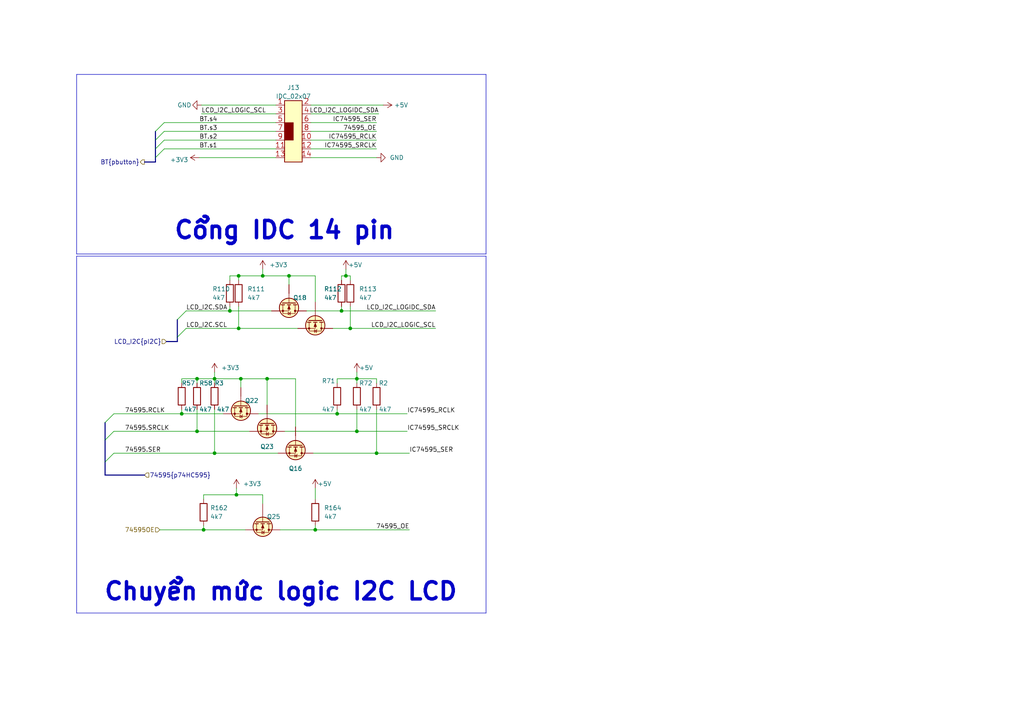
<source format=kicad_sch>
(kicad_sch (version 20230121) (generator eeschema)
  (paper "A4")
  (lib_symbols
    (symbol "+3V3_1" (power) (pin_names (offset 0))
      (property "Value" "+3V3_1" (at 0 3.556 0))
      (symbol "+3V3_1_0_1"
        (polyline (pts (xy -0.762 1.27) (xy 0 2.54)))
        (polyline (pts (xy 0 0) (xy 0 2.54)))
        (polyline (pts (xy 0 2.54) (xy 0.762 1.27)))
      )
      (symbol "+3V3_1_1_1"
        (pin power_in line (at 0 0 90) (length 0) hide (name "+3V3") (number "1"))
      )
    )
    (symbol "+3V3_2" (power) (pin_names (offset 0))
      (property "Value" "+3V3_2" (at 0 3.556 0))
      (symbol "+3V3_2_0_1"
        (polyline (pts (xy -0.762 1.27) (xy 0 2.54)))
        (polyline (pts (xy 0 0) (xy 0 2.54)))
        (polyline (pts (xy 0 2.54) (xy 0.762 1.27)))
      )
      (symbol "+3V3_2_1_1"
        (pin power_in line (at 0 0 90) (length 0) hide (name "+3V3") (number "1"))
      )
    )
    (symbol "+5V_1" (power) (pin_names (offset 0))
      (property "Value" "+5V_1" (at 0 3.556 0))
      (symbol "+5V_1_0_1"
        (polyline (pts (xy -0.762 1.27) (xy 0 2.54)))
        (polyline (pts (xy 0 0) (xy 0 2.54)))
        (polyline (pts (xy 0 2.54) (xy 0.762 1.27)))
      )
      (symbol "+5V_1_1_1"
        (pin power_in line (at 0 0 90) (length 0) hide (name "+5V") (number "1"))
      )
    )
    (symbol "+5V_2" (power) (pin_names (offset 0))
      (property "Value" "+5V_2" (at 0 3.556 0))
      (symbol "+5V_2_0_1"
        (polyline (pts (xy -0.762 1.27) (xy 0 2.54)))
        (polyline (pts (xy 0 0) (xy 0 2.54)))
        (polyline (pts (xy 0 2.54) (xy 0.762 1.27)))
      )
      (symbol "+5V_2_1_1"
        (pin power_in line (at 0 0 90) (length 0) hide (name "+5V") (number "1"))
      )
    )
    (symbol "Device:R" (pin_numbers hide) (pin_names (offset 0))
      (property "Reference" "R" (at 2.032 0 90))
      (property "Value" "R" (at 0 0 90))
      (symbol "R_0_1"
        (rectangle (start -1.016 -2.54) (end 1.016 2.54) (stroke (width 0.254)))
      )
      (symbol "R_1_1"
        (pin passive line (at 0 3.81 270) (length 1.27) (name "~") (number "1"))
        (pin passive line (at 0 -3.81 90) (length 1.27) (name "~") (number "2"))
      )
    )
    (symbol "GND_1" (power) (pin_names (offset 0))
      (property "Value" "GND_1" (at 0 -3.81 0))
      (symbol "GND_1_0_1"
        (polyline (pts (xy 0 0) (xy 0 -1.27) (xy 1.27 -1.27) (xy 0 -2.54) (xy -1.27 -1.27) (xy 0 -1.27)))
      )
      (symbol "GND_1_1_1"
        (pin power_in line (at 0 0 270) (length 0) hide (name "GND") (number "1"))
      )
    )
    (symbol "IVS_SYMBOLS:IDC_02x07" (pin_names (offset 1.016) hide)
      (property "Reference" "J" (at 1.27 10.16 0))
      (property "Value" "IDC_02x07" (at 17.78 -17.78 0))
      (symbol "IDC_02x07_0_1"
        (rectangle (start -2.54 2.54) (end 0 -2.54) (fill (type outline)))
      )
      (symbol "IDC_02x07_1_1"
        (rectangle (start -2.54 8.89) (end 2.54 -8.89) (stroke (width 0.254)) (fill (type background)))
        (pin passive line (at -5.08 7.62 0) (length 2.54) (name "1") (number "1"))
        (pin passive line (at 5.08 -2.54 180) (length 2.54) (name "10") (number "10"))
        (pin passive line (at -5.08 -5.08 0) (length 2.54) (name "11") (number "11"))
        (pin passive line (at 5.08 -5.08 180) (length 2.54) (name "12") (number "12"))
        (pin passive line (at -5.08 -7.62 0) (length 2.54) (name "13") (number "13"))
        (pin passive line (at 5.08 -7.62 180) (length 2.54) (name "14") (number "14"))
        (pin passive line (at 5.08 7.62 180) (length 2.54) (name "2") (number "2"))
        (pin passive line (at -5.08 5.08 0) (length 2.54) (name "3") (number "3"))
        (pin passive line (at 5.08 5.08 180) (length 2.54) (name "4") (number "4"))
        (pin passive line (at -5.08 2.54 0) (length 2.54) (name "5") (number "5"))
        (pin passive line (at 5.08 2.54 180) (length 2.54) (name "6") (number "6"))
        (pin passive line (at -5.08 0 0) (length 2.54) (name "7") (number "7"))
        (pin passive line (at 5.08 0 180) (length 2.54) (name "8") (number "8"))
        (pin passive line (at -5.08 -2.54 0) (length 2.54) (name "9") (number "9"))
      )
    )
    (symbol "IVS_SYMBOLS:N_Mosfet" (pin_numbers hide) (pin_names hide)
      (property "Reference" "Q" (at 2.794 1.2192 0))
      (symbol "N_Mosfet_0_1"
        (circle (center -0.889 0) (radius 2.794) (stroke (width 0.254)) (fill (type background)))
        (circle (center 0 -1.778) (radius 0.254) (fill (type outline)))
        (polyline (pts (xy -2.286 0) (xy -5.08 0)))
        (polyline (pts (xy -2.286 1.905) (xy -2.286 -1.905)) (stroke (width 0.254)))
        (polyline (pts (xy -1.778 -1.27) (xy -1.778 -2.286)) (stroke (width 0.254)))
        (polyline (pts (xy -1.778 0.508) (xy -1.778 -0.508)) (stroke (width 0.254)))
        (polyline (pts (xy -1.778 2.286) (xy -1.778 1.27)) (stroke (width 0.254)))
        (polyline (pts (xy 0 2.54) (xy 0 1.778)))
        (polyline (pts (xy 0 -2.54) (xy 0 0) (xy -1.778 0)))
        (polyline (pts (xy -1.778 -1.778) (xy 0.762 -1.778) (xy 0.762 1.778) (xy -1.778 1.778)))
        (polyline (pts (xy -1.524 0) (xy -0.508 0.381) (xy -0.508 -0.381) (xy -1.524 0)) (fill (type outline)))
        (polyline (pts (xy 0.254 0.508) (xy 0.381 0.381) (xy 1.143 0.381) (xy 1.27 0.254)))
        (polyline (pts (xy 0.762 0.381) (xy 0.381 -0.254) (xy 1.143 -0.254) (xy 0.762 0.381)))
        (circle (center 0 1.778) (radius 0.254) (fill (type outline)))
      )
      (symbol "N_Mosfet_1_1"
        (pin input line (at -7.62 0 0) (length 2.54) (name "G") (number "1"))
        (pin passive line (at 0 -5.08 90) (length 2.54) (name "S") (number "2"))
        (pin passive line (at 0 5.08 270) (length 2.54) (name "D") (number "3"))
      )
    )
    (symbol "N_Mosfet_1" (pin_numbers hide) (pin_names hide)
      (property "Reference" "Q" (at 2.794 1.2192 0))
      (symbol "N_Mosfet_1_0_1"
        (circle (center -0.889 0) (radius 2.794) (stroke (width 0.254)) (fill (type background)))
        (circle (center 0 -1.778) (radius 0.254) (fill (type outline)))
        (polyline (pts (xy -2.286 0) (xy -5.08 0)))
        (polyline (pts (xy -2.286 1.905) (xy -2.286 -1.905)) (stroke (width 0.254)))
        (polyline (pts (xy -1.778 -1.27) (xy -1.778 -2.286)) (stroke (width 0.254)))
        (polyline (pts (xy -1.778 0.508) (xy -1.778 -0.508)) (stroke (width 0.254)))
        (polyline (pts (xy -1.778 2.286) (xy -1.778 1.27)) (stroke (width 0.254)))
        (polyline (pts (xy 0 2.54) (xy 0 1.778)))
        (polyline (pts (xy 0 -2.54) (xy 0 0) (xy -1.778 0)))
        (polyline (pts (xy -1.778 -1.778) (xy 0.762 -1.778) (xy 0.762 1.778) (xy -1.778 1.778)))
        (polyline (pts (xy -1.524 0) (xy -0.508 0.381) (xy -0.508 -0.381) (xy -1.524 0)) (fill (type outline)))
        (polyline (pts (xy 0.254 0.508) (xy 0.381 0.381) (xy 1.143 0.381) (xy 1.27 0.254)))
        (polyline (pts (xy 0.762 0.381) (xy 0.381 -0.254) (xy 1.143 -0.254) (xy 0.762 0.381)))
        (circle (center 0 1.778) (radius 0.254) (fill (type outline)))
      )
      (symbol "N_Mosfet_1_1_1"
        (pin input line (at -7.62 0 0) (length 2.54) (name "G") (number "1"))
        (pin passive line (at 0 -5.08 90) (length 2.54) (name "S") (number "2"))
        (pin passive line (at 0 5.08 270) (length 2.54) (name "D") (number "3"))
      )
    )
    (symbol "N_Mosfet_2" (pin_numbers hide) (pin_names hide)
      (property "Reference" "Q" (at 2.794 1.2192 0))
      (symbol "N_Mosfet_2_0_1"
        (circle (center -0.889 0) (radius 2.794) (stroke (width 0.254)) (fill (type background)))
        (circle (center 0 -1.778) (radius 0.254) (fill (type outline)))
        (polyline (pts (xy -2.286 0) (xy -5.08 0)))
        (polyline (pts (xy -2.286 1.905) (xy -2.286 -1.905)) (stroke (width 0.254)))
        (polyline (pts (xy -1.778 -1.27) (xy -1.778 -2.286)) (stroke (width 0.254)))
        (polyline (pts (xy -1.778 0.508) (xy -1.778 -0.508)) (stroke (width 0.254)))
        (polyline (pts (xy -1.778 2.286) (xy -1.778 1.27)) (stroke (width 0.254)))
        (polyline (pts (xy 0 2.54) (xy 0 1.778)))
        (polyline (pts (xy 0 -2.54) (xy 0 0) (xy -1.778 0)))
        (polyline (pts (xy -1.778 -1.778) (xy 0.762 -1.778) (xy 0.762 1.778) (xy -1.778 1.778)))
        (polyline (pts (xy -1.524 0) (xy -0.508 0.381) (xy -0.508 -0.381) (xy -1.524 0)) (fill (type outline)))
        (polyline (pts (xy 0.254 0.508) (xy 0.381 0.381) (xy 1.143 0.381) (xy 1.27 0.254)))
        (polyline (pts (xy 0.762 0.381) (xy 0.381 -0.254) (xy 1.143 -0.254) (xy 0.762 0.381)))
        (circle (center 0 1.778) (radius 0.254) (fill (type outline)))
      )
      (symbol "N_Mosfet_2_1_1"
        (pin input line (at -7.62 0 0) (length 2.54) (name "G") (number "1"))
        (pin passive line (at 0 -5.08 90) (length 2.54) (name "S") (number "2"))
        (pin passive line (at 0 5.08 270) (length 2.54) (name "D") (number "3"))
      )
    )
    (symbol "N_Mosfet_3" (pin_numbers hide) (pin_names hide)
      (property "Reference" "Q" (at 2.794 1.2192 0))
      (symbol "N_Mosfet_3_0_1"
        (circle (center -0.889 0) (radius 2.794) (stroke (width 0.254)) (fill (type background)))
        (circle (center 0 -1.778) (radius 0.254) (fill (type outline)))
        (polyline (pts (xy -2.286 0) (xy -5.08 0)))
        (polyline (pts (xy -2.286 1.905) (xy -2.286 -1.905)) (stroke (width 0.254)))
        (polyline (pts (xy -1.778 -1.27) (xy -1.778 -2.286)) (stroke (width 0.254)))
        (polyline (pts (xy -1.778 0.508) (xy -1.778 -0.508)) (stroke (width 0.254)))
        (polyline (pts (xy -1.778 2.286) (xy -1.778 1.27)) (stroke (width 0.254)))
        (polyline (pts (xy 0 2.54) (xy 0 1.778)))
        (polyline (pts (xy 0 -2.54) (xy 0 0) (xy -1.778 0)))
        (polyline (pts (xy -1.778 -1.778) (xy 0.762 -1.778) (xy 0.762 1.778) (xy -1.778 1.778)))
        (polyline (pts (xy -1.524 0) (xy -0.508 0.381) (xy -0.508 -0.381) (xy -1.524 0)) (fill (type outline)))
        (polyline (pts (xy 0.254 0.508) (xy 0.381 0.381) (xy 1.143 0.381) (xy 1.27 0.254)))
        (polyline (pts (xy 0.762 0.381) (xy 0.381 -0.254) (xy 1.143 -0.254) (xy 0.762 0.381)))
        (circle (center 0 1.778) (radius 0.254) (fill (type outline)))
      )
      (symbol "N_Mosfet_3_1_1"
        (pin input line (at -7.62 0 0) (length 2.54) (name "G") (number "1"))
        (pin passive line (at 0 -5.08 90) (length 2.54) (name "S") (number "2"))
        (pin passive line (at 0 5.08 270) (length 2.54) (name "D") (number "3"))
      )
    )
    (symbol "N_Mosfet_4" (pin_numbers hide) (pin_names hide)
      (property "Reference" "Q" (at 2.794 1.2192 0))
      (symbol "N_Mosfet_4_0_1"
        (circle (center -0.889 0) (radius 2.794) (stroke (width 0.254)) (fill (type background)))
        (circle (center 0 -1.778) (radius 0.254) (fill (type outline)))
        (polyline (pts (xy -2.286 0) (xy -5.08 0)))
        (polyline (pts (xy -2.286 1.905) (xy -2.286 -1.905)) (stroke (width 0.254)))
        (polyline (pts (xy -1.778 -1.27) (xy -1.778 -2.286)) (stroke (width 0.254)))
        (polyline (pts (xy -1.778 0.508) (xy -1.778 -0.508)) (stroke (width 0.254)))
        (polyline (pts (xy -1.778 2.286) (xy -1.778 1.27)) (stroke (width 0.254)))
        (polyline (pts (xy 0 2.54) (xy 0 1.778)))
        (polyline (pts (xy 0 -2.54) (xy 0 0) (xy -1.778 0)))
        (polyline (pts (xy -1.778 -1.778) (xy 0.762 -1.778) (xy 0.762 1.778) (xy -1.778 1.778)))
        (polyline (pts (xy -1.524 0) (xy -0.508 0.381) (xy -0.508 -0.381) (xy -1.524 0)) (fill (type outline)))
        (polyline (pts (xy 0.254 0.508) (xy 0.381 0.381) (xy 1.143 0.381) (xy 1.27 0.254)))
        (polyline (pts (xy 0.762 0.381) (xy 0.381 -0.254) (xy 1.143 -0.254) (xy 0.762 0.381)))
        (circle (center 0 1.778) (radius 0.254) (fill (type outline)))
      )
      (symbol "N_Mosfet_4_1_1"
        (pin input line (at -7.62 0 0) (length 2.54) (name "G") (number "1"))
        (pin passive line (at 0 -5.08 90) (length 2.54) (name "S") (number "2"))
        (pin passive line (at 0 5.08 270) (length 2.54) (name "D") (number "3"))
      )
    )
    (symbol "power:+3V3" (power) (pin_names (offset 0))
      (property "Value" "+3V3" (at 0 3.556 0))
      (symbol "+3V3_0_1"
        (polyline (pts (xy -0.762 1.27) (xy 0 2.54)))
        (polyline (pts (xy 0 0) (xy 0 2.54)))
        (polyline (pts (xy 0 2.54) (xy 0.762 1.27)))
      )
      (symbol "+3V3_1_1"
        (pin power_in line (at 0 0 90) (length 0) hide (name "+3V3") (number "1"))
      )
    )
    (symbol "power:+5V" (power) (pin_names (offset 0))
      (property "Value" "+5V" (at 0 3.556 0))
      (symbol "+5V_0_1"
        (polyline (pts (xy -0.762 1.27) (xy 0 2.54)))
        (polyline (pts (xy 0 0) (xy 0 2.54)))
        (polyline (pts (xy 0 2.54) (xy 0.762 1.27)))
      )
      (symbol "+5V_1_1"
        (pin power_in line (at 0 0 90) (length 0) hide (name "+5V") (number "1"))
      )
    )
    (symbol "power:GND" (power) (pin_names (offset 0))
      (property "Value" "GND" (at 0 -3.81 0))
      (symbol "GND_0_1"
        (polyline (pts (xy 0 0) (xy 0 -1.27) (xy 1.27 -1.27) (xy 0 -2.54) (xy -1.27 -1.27) (xy 0 -1.27)))
      )
      (symbol "GND_1_1"
        (pin power_in line (at 0 0 270) (length 0) hide (name "GND") (number "1"))
      )
    )
  )
  (junction (at 99.06 90.17))
  (junction (at 76.2 80.01))
  (junction (at 68.58 143.51))
  (junction (at 69.215 80.01))
  (junction (at 52.705 120.015))
  (junction (at 109.22 131.445))
  (junction (at 83.82 80.01))
  (junction (at 62.23 131.445))
  (junction (at 69.85 109.855))
  (junction (at 59.055 153.67))
  (junction (at 91.44 153.67))
  (junction (at 57.15 125.095))
  (junction (at 101.6 95.25))
  (junction (at 77.47 109.855))
  (junction (at 103.505 109.855))
  (junction (at 103.505 125.095))
  (junction (at 66.675 90.17))
  (junction (at 57.15 109.855))
  (junction (at 69.215 95.25))
  (junction (at 62.23 109.855))
  (junction (at 100.33 80.01))
  (junction (at 97.79 120.015))
  (bus_entry (at 33.02 131.445) (size -2.54 2.54))
  (bus_entry (at 33.02 125.095) (size -2.54 2.54))
  (bus_entry (at 47.625 38.1) (size -2.54 2.54))
  (bus_entry (at 47.625 40.64) (size -2.54 2.54))
  (bus_entry (at 47.625 35.56) (size -2.54 2.54))
  (bus_entry (at 33.02 120.015) (size -2.54 2.54))
  (bus_entry (at 53.975 95.25) (size -2.54 2.54))
  (bus_entry (at 47.625 43.18) (size -2.54 2.54))
  (bus_entry (at 53.975 90.17) (size -2.54 2.54))
  (wire (pts (xy 57.15 109.855) (xy 57.15 111.125)))
  (wire (pts (xy 62.23 107.95) (xy 62.23 109.855)))
  (bus (pts (xy 48.26 99.06) (xy 51.435 99.06)))
  (wire (pts (xy 59.055 144.78) (xy 59.055 143.51)))
  (wire (pts (xy 58.42 33.02) (xy 80.01 33.02)))
  (polyline (pts (xy 140.97 73.66) (xy 22.225 73.66)))
  (wire (pts (xy 83.82 80.01) (xy 83.82 82.55)))
  (wire (pts (xy 62.23 109.855) (xy 69.85 109.855)))
  (wire (pts (xy 66.675 88.9) (xy 66.675 90.17)))
  (wire (pts (xy 101.6 95.25) (xy 126.365 95.25)))
  (wire (pts (xy 69.85 109.855) (xy 69.85 112.395)))
  (wire (pts (xy 47.625 43.18) (xy 80.01 43.18)))
  (wire (pts (xy 90.805 131.445) (xy 109.22 131.445)))
  (wire (pts (xy 97.79 120.015) (xy 118.11 120.015)))
  (wire (pts (xy 33.02 120.015) (xy 52.705 120.015)))
  (wire (pts (xy 103.505 118.745) (xy 103.505 125.095)))
  (wire (pts (xy 52.705 109.855) (xy 57.15 109.855)))
  (wire (pts (xy 59.055 152.4) (xy 59.055 153.67)))
  (wire (pts (xy 88.9 90.17) (xy 99.06 90.17)))
  (bus (pts (xy 51.435 99.06) (xy 51.435 97.79)))
  (wire (pts (xy 74.93 120.015) (xy 97.79 120.015)))
  (wire (pts (xy 52.705 118.745) (xy 52.705 120.015)))
  (bus (pts (xy 30.48 133.985) (xy 30.48 137.795)))
  (wire (pts (xy 100.33 80.01) (xy 101.6 80.01)))
  (wire (pts (xy 91.44 141.605) (xy 91.44 144.78)))
  (wire (pts (xy 99.06 90.17) (xy 126.365 90.17)))
  (polyline (pts (xy 140.97 21.59) (xy 140.97 73.66)))
  (wire (pts (xy 109.22 109.855) (xy 103.505 109.855)))
  (wire (pts (xy 90.17 33.02) (xy 109.855 33.02)))
  (bus (pts (xy 45.085 38.1) (xy 45.085 40.64)))
  (wire (pts (xy 100.33 78.105) (xy 100.33 80.01)))
  (wire (pts (xy 69.215 88.9) (xy 69.215 95.25)))
  (wire (pts (xy 97.79 109.855) (xy 103.505 109.855)))
  (polyline (pts (xy 140.97 74.295) (xy 140.97 177.8)))
  (wire (pts (xy 101.6 88.9) (xy 101.6 95.25)))
  (wire (pts (xy 82.55 125.095) (xy 103.505 125.095)))
  (polyline (pts (xy 140.97 177.8) (xy 22.225 177.8)))
  (wire (pts (xy 53.975 95.25) (xy 69.215 95.25)))
  (wire (pts (xy 91.44 152.4) (xy 91.44 153.67)))
  (wire (pts (xy 62.23 131.445) (xy 80.645 131.445)))
  (wire (pts (xy 99.06 81.28) (xy 99.06 80.01)))
  (wire (pts (xy 53.975 90.17) (xy 66.675 90.17)))
  (wire (pts (xy 109.22 131.445) (xy 118.745 131.445)))
  (bus (pts (xy 45.085 45.72) (xy 45.085 46.99)))
  (bus (pts (xy 30.48 122.555) (xy 30.48 127.635)))
  (wire (pts (xy 109.22 118.745) (xy 109.22 131.445)))
  (wire (pts (xy 96.52 95.25) (xy 101.6 95.25)))
  (wire (pts (xy 58.42 30.48) (xy 80.01 30.48)))
  (wire (pts (xy 46.355 153.67) (xy 59.055 153.67)))
  (wire (pts (xy 66.675 80.01) (xy 69.215 80.01)))
  (wire (pts (xy 33.02 125.095) (xy 57.15 125.095)))
  (wire (pts (xy 90.17 38.1) (xy 109.22 38.1)))
  (wire (pts (xy 57.15 109.855) (xy 62.23 109.855)))
  (wire (pts (xy 52.705 111.125) (xy 52.705 109.855)))
  (bus (pts (xy 45.085 43.18) (xy 45.085 45.72)))
  (polyline (pts (xy 22.225 74.295) (xy 140.97 74.295)))
  (wire (pts (xy 90.17 40.64) (xy 109.22 40.64)))
  (bus (pts (xy 30.48 127.635) (xy 30.48 133.985)))
  (polyline (pts (xy 22.225 21.59) (xy 140.97 21.59)))
  (wire (pts (xy 62.23 118.745) (xy 62.23 131.445)))
  (wire (pts (xy 59.055 153.67) (xy 71.12 153.67)))
  (wire (pts (xy 97.79 118.745) (xy 97.79 120.015)))
  (wire (pts (xy 85.725 123.825) (xy 85.725 109.855)))
  (polyline (pts (xy 22.225 21.59) (xy 22.225 73.66)))
  (wire (pts (xy 47.625 35.56) (xy 80.01 35.56)))
  (wire (pts (xy 47.625 38.1) (xy 80.01 38.1)))
  (wire (pts (xy 69.215 80.01) (xy 69.215 81.28)))
  (wire (pts (xy 57.785 45.72) (xy 80.01 45.72)))
  (wire (pts (xy 69.215 95.25) (xy 86.36 95.25)))
  (wire (pts (xy 90.17 45.72) (xy 109.22 45.72)))
  (wire (pts (xy 68.58 143.51) (xy 76.2 143.51)))
  (wire (pts (xy 57.15 118.745) (xy 57.15 125.095)))
  (wire (pts (xy 62.23 109.855) (xy 62.23 111.125)))
  (wire (pts (xy 47.625 40.64) (xy 80.01 40.64)))
  (wire (pts (xy 77.47 109.855) (xy 77.47 117.475)))
  (polyline (pts (xy 22.225 74.295) (xy 22.225 177.8)))
  (wire (pts (xy 91.44 153.67) (xy 118.745 153.67)))
  (wire (pts (xy 90.17 35.56) (xy 109.22 35.56)))
  (wire (pts (xy 99.06 88.9) (xy 99.06 90.17)))
  (wire (pts (xy 76.2 80.01) (xy 83.82 80.01)))
  (wire (pts (xy 83.82 80.01) (xy 91.44 80.01)))
  (wire (pts (xy 103.505 107.95) (xy 103.505 109.855)))
  (wire (pts (xy 69.85 109.855) (xy 77.47 109.855)))
  (bus (pts (xy 45.085 40.64) (xy 45.085 43.18)))
  (wire (pts (xy 101.6 80.01) (xy 101.6 81.28)))
  (wire (pts (xy 57.15 125.095) (xy 72.39 125.095)))
  (wire (pts (xy 76.2 78.105) (xy 76.2 80.01)))
  (wire (pts (xy 85.725 109.855) (xy 77.47 109.855)))
  (wire (pts (xy 59.055 143.51) (xy 68.58 143.51)))
  (bus (pts (xy 51.435 92.71) (xy 51.435 97.79)))
  (wire (pts (xy 90.17 43.18) (xy 109.22 43.18)))
  (wire (pts (xy 81.28 153.67) (xy 91.44 153.67)))
  (wire (pts (xy 103.505 109.855) (xy 103.505 111.125)))
  (bus (pts (xy 30.48 137.795) (xy 41.91 137.795)))
  (wire (pts (xy 111.125 30.48) (xy 90.17 30.48)))
  (wire (pts (xy 109.22 111.125) (xy 109.22 109.855)))
  (wire (pts (xy 66.675 90.17) (xy 78.74 90.17)))
  (wire (pts (xy 103.505 125.095) (xy 118.11 125.095)))
  (wire (pts (xy 97.79 111.125) (xy 97.79 109.855)))
  (wire (pts (xy 99.06 80.01) (xy 100.33 80.01)))
  (bus (pts (xy 45.085 46.99) (xy 41.91 46.99)))
  (wire (pts (xy 76.2 143.51) (xy 76.2 146.05)))
  (wire (pts (xy 33.02 131.445) (xy 62.23 131.445)))
  (wire (pts (xy 66.675 81.28) (xy 66.675 80.01)))
  (wire (pts (xy 68.58 141.605) (xy 68.58 143.51)))
  (wire (pts (xy 69.215 80.01) (xy 76.2 80.01)))
  (wire (pts (xy 52.705 120.015) (xy 64.77 120.015)))
  (wire (pts (xy 91.44 80.01) (xy 91.44 87.63)))
  (text "Chuyển mức logic I2C LCD" (at 29.845 174.625 0) (effects (font (size 5 5) (thickness 1) bold) (justify left bottom)))
  (text "Cổng IDC 14 pin" (at 50.165 69.85 0) (effects (font (size 5 5) (thickness 1) bold) (justify left bottom)))
  (label "IC74595_SRCLK" (at 109.22 43.18 180))
  (label "BT.s4" (at 57.785 35.56 0))
  (label "IC74595_RCLK" (at 109.22 40.64 180))
  (label "74595_OE" (at 118.745 153.67 180))
  (label "74595.SER" (at 36.195 131.445 0))
  (label "IC74595_SRCLK" (at 118.11 125.095 0))
  (label "74595_OE" (at 109.22 38.1 180))
  (label "74595.RCLK" (at 36.195 120.015 0))
  (label "BT.s3" (at 57.785 38.1 0))
  (label "IC74595_RCLK" (at 118.11 120.015 0))
  (label "LCD_I2C_LOGIC_SCL" (at 58.42 33.02 0))
  (label "74595.SRCLK" (at 36.195 125.095 0))
  (label "LCD_I2C_LOGIDC_SDA" (at 109.855 33.02 180))
  (label "LCD_I2C.SCL" (at 53.975 95.25 0))
  (label "BT.s1" (at 57.785 43.18 0))
  (label "BT.s2" (at 57.785 40.64 0))
  (label "IC74595_SER" (at 118.745 131.445 0))
  (label "IC74595_SER" (at 109.22 35.56 180))
  (label "LCD_I2C_LOGIC_SCL" (at 126.365 95.25 180))
  (label "LCD_I2C_LOGIDC_SDA" (at 126.365 90.17 180))
  (label "LCD_I2C.SDA" (at 53.975 90.17 0))
  (hierarchical_label "74595{p74HC595}" (shape input) (at 41.91 137.795 0))
  (hierarchical_label "74595OE" (shape input) (at 46.355 153.67 180))
  (hierarchical_label "LCD_I2C{pI2C}" (shape input) (at 48.26 99.06 180))
  (hierarchical_label "BT{pbutton}" (shape output) (at 41.91 46.99 180))
  (symbol (lib_name "N_Mosfet_3") (lib_id "IVS_SYMBOLS:N_Mosfet") (at 76.2 153.67 270) (unit 1)
    (property "Reference" "Q25" (at 79.375 149.86 90))
    (property "Value" "N_Mosfet" (effects hide))
    (property "Footprint" "IVS_FOOTPRINTS:SOT23-3" (effects hide))
    (property "Datasheet" "https://www.onsemi.com/pub/Collateral/BSS138-D.PDF" (effects hide))
  )
  (symbol (lib_id "power:GND") (at 109.22 45.72 90) (unit 1)
    (property "Reference" "#PWR0180" (effects hide))
    (property "Value" "GND" (at 113.03 45.7199 90) (effects (justify right)))
  )
  (symbol (lib_id "Device:R") (at 97.79 114.935 0) (unit 1)
    (property "Reference" "R71" (at 93.345 110.49 0) (effects (justify left)))
    (property "Value" "4k7" (at 93.345 118.745 0) (effects (justify left)))
    (property "Footprint" "IVS_FOOTPRINTS:R_0603" (effects hide))
  )
  (symbol (lib_id "power:+5V") (at 111.125 30.48 270) (mirror x) (unit 1)
    (property "Reference" "#PWR0177" (effects hide))
    (property "Value" "+5V" (at 114.3 30.4799 90) (effects (justify left)))
  )
  (symbol (lib_id "Device:R") (at 52.705 114.935 0) (unit 1)
    (property "Reference" "R57" (at 52.705 111.125 0) (effects (justify left)))
    (property "Value" "4k7" (at 53.34 118.745 0) (effects (justify left)))
    (property "Footprint" "IVS_FOOTPRINTS:R_0603" (effects hide))
  )
  (symbol (lib_id "Device:R") (at 66.675 85.09 0) (unit 1)
    (property "Reference" "R110" (at 61.595 83.82 0) (effects (justify left)))
    (property "Value" "4k7" (at 61.595 86.36 0) (effects (justify left)))
    (property "Footprint" "IVS_FOOTPRINTS:R_0603" (effects hide))
  )
  (symbol (lib_id "Device:R") (at 109.22 114.935 0) (unit 1)
    (property "Reference" "R2" (at 109.855 111.125 0) (effects (justify left)))
    (property "Value" "4k7" (at 109.855 118.745 0) (effects (justify left)))
    (property "Footprint" "IVS_FOOTPRINTS:R_0603" (effects hide))
  )
  (symbol (lib_name "N_Mosfet_4") (lib_id "IVS_SYMBOLS:N_Mosfet") (at 69.85 120.015 270) (unit 1)
    (property "Reference" "Q22" (at 73.025 116.205 90))
    (property "Value" "N_Mosfet" (effects hide))
    (property "Footprint" "IVS_FOOTPRINTS:SOT23-3" (effects hide))
    (property "Datasheet" "https://www.onsemi.com/pub/Collateral/BSS138-D.PDF" (effects hide))
  )
  (symbol (lib_id "Device:R") (at 59.055 148.59 0) (unit 1)
    (property "Reference" "R162" (at 60.96 147.32 0) (effects (justify left)))
    (property "Value" "4k7" (at 60.96 149.86 0) (effects (justify left)))
    (property "Footprint" "IVS_FOOTPRINTS:R_0603" (effects hide))
  )
  (symbol (lib_name "N_Mosfet_3") (lib_id "IVS_SYMBOLS:N_Mosfet") (at 83.82 90.17 270) (unit 1)
    (property "Reference" "Q18" (at 86.995 86.36 90))
    (property "Value" "N_Mosfet" (effects hide))
    (property "Footprint" "IVS_FOOTPRINTS:SOT23-3" (effects hide))
    (property "Datasheet" "https://www.onsemi.com/pub/Collateral/BSS138-D.PDF" (effects hide))
  )
  (symbol (lib_id "IVS_SYMBOLS:N_Mosfet") (at 91.44 95.25 270) (unit 1)
    (property "Reference" "Q19" (effects hide))
    (property "Value" "N_Mosfet" (effects hide))
    (property "Footprint" "IVS_FOOTPRINTS:SOT23-3" (effects hide))
    (property "Datasheet" "https://www.onsemi.com/pub/Collateral/BSS138-D.PDF" (effects hide))
  )
  (symbol (lib_name "N_Mosfet_2") (lib_id "IVS_SYMBOLS:N_Mosfet") (at 77.47 125.095 270) (unit 1)
    (property "Reference" "Q23" (at 77.47 129.54 90))
    (property "Value" "N_Mosfet" (effects hide))
    (property "Footprint" "IVS_FOOTPRINTS:SOT23-3" (effects hide))
    (property "Datasheet" "https://www.onsemi.com/pub/Collateral/BSS138-D.PDF" (effects hide))
  )
  (symbol (lib_name "+5V_2") (lib_id "power:+5V") (at 100.33 78.105 0) (unit 1)
    (property "Reference" "#PWR0179" (effects hide))
    (property "Value" "+5V" (at 100.965 76.835 0) (effects (justify left)))
  )
  (symbol (lib_id "Device:R") (at 57.15 114.935 0) (unit 1)
    (property "Reference" "R58" (at 57.785 111.125 0) (effects (justify left)))
    (property "Value" "4k7" (at 57.785 118.745 0) (effects (justify left)))
    (property "Footprint" "IVS_FOOTPRINTS:R_0603" (effects hide))
  )
  (symbol (lib_id "Device:R") (at 99.06 85.09 0) (unit 1)
    (property "Reference" "R112" (at 93.98 83.82 0) (effects (justify left)))
    (property "Value" "4k7" (at 93.98 86.36 0) (effects (justify left)))
    (property "Footprint" "IVS_FOOTPRINTS:R_0603" (effects hide))
  )
  (symbol (lib_name "GND_1") (lib_id "power:GND") (at 58.42 30.48 270) (unit 1)
    (property "Reference" "#PWR0176" (effects hide))
    (property "Value" "GND" (at 51.435 30.48 90) (effects (justify left)))
  )
  (symbol (lib_name "+3V3_2") (lib_id "power:+3V3") (at 57.785 45.72 90) (unit 1)
    (property "Reference" "#PWR0181" (effects hide))
    (property "Value" "+3V3" (at 54.61 46.355 90) (effects (justify left)))
  )
  (symbol (lib_id "Device:R") (at 103.505 114.935 0) (unit 1)
    (property "Reference" "R72" (at 104.14 111.125 0) (effects (justify left)))
    (property "Value" "4k7" (at 104.14 118.745 0) (effects (justify left)))
    (property "Footprint" "IVS_FOOTPRINTS:R_0603" (effects hide))
  )
  (symbol (lib_id "IVS_SYMBOLS:IDC_02x07") (at 85.09 38.1 0) (unit 1)
    (property "Reference" "J13" (at 85.09 25.4 0))
    (property "Value" "IDC_02x07" (at 85.09 27.94 0))
    (property "Footprint" "IVS_FOOTPRINTS:DC3_14PIN_2.54mm" (effects hide))
  )
  (symbol (lib_id "Device:R") (at 101.6 85.09 0) (unit 1)
    (property "Reference" "R113" (at 104.14 83.8199 0) (effects (justify left)))
    (property "Value" "4k7" (at 104.14 86.3599 0) (effects (justify left)))
    (property "Footprint" "IVS_FOOTPRINTS:R_0603" (effects hide))
  )
  (symbol (lib_id "Device:R") (at 69.215 85.09 0) (unit 1)
    (property "Reference" "R111" (at 71.755 83.8199 0) (effects (justify left)))
    (property "Value" "4k7" (at 71.755 86.3599 0) (effects (justify left)))
    (property "Footprint" "IVS_FOOTPRINTS:R_0603" (effects hide))
  )
  (symbol (lib_id "power:+3V3") (at 76.2 78.105 0) (unit 1)
    (property "Reference" "#PWR0178" (effects hide))
    (property "Value" "+3V3" (at 78.105 76.835 0) (effects (justify left)))
  )
  (symbol (lib_name "+5V_2") (lib_id "power:+5V") (at 91.44 141.605 0) (unit 1)
    (property "Reference" "#PWR0219" (effects hide))
    (property "Value" "+5V" (at 92.075 140.335 0) (effects (justify left)))
  )
  (symbol (lib_name "N_Mosfet_1") (lib_id "IVS_SYMBOLS:N_Mosfet") (at 85.725 131.445 270) (unit 1)
    (property "Reference" "Q16" (at 85.725 135.89 90))
    (property "Value" "N_Mosfet" (effects hide))
    (property "Footprint" "IVS_FOOTPRINTS:SOT23-3" (effects hide))
    (property "Datasheet" "https://www.onsemi.com/pub/Collateral/BSS138-D.PDF" (effects hide))
  )
  (symbol (lib_id "power:+3V3") (at 68.58 141.605 0) (unit 1)
    (property "Reference" "#PWR0218" (effects hide))
    (property "Value" "+3V3" (at 70.485 140.335 0) (effects (justify left)))
  )
  (symbol (lib_id "Device:R") (at 91.44 148.59 0) (unit 1)
    (property "Reference" "R164" (at 93.98 147.32 0) (effects (justify left)))
    (property "Value" "4k7" (at 93.98 149.86 0) (effects (justify left)))
    (property "Footprint" "IVS_FOOTPRINTS:R_0603" (effects hide))
  )
  (symbol (lib_name "+5V_1") (lib_id "power:+5V") (at 103.505 107.95 0) (unit 1)
    (property "Reference" "#PWR0104" (effects hide))
    (property "Value" "+5V" (at 104.14 106.68 0) (effects (justify left)))
  )
  (symbol (lib_id "Device:R") (at 62.23 114.935 0) (unit 1)
    (property "Reference" "R3" (at 62.23 111.125 0) (effects (justify left)))
    (property "Value" "4k7" (at 62.865 118.745 0) (effects (justify left)))
    (property "Footprint" "IVS_FOOTPRINTS:R_0603" (effects hide))
  )
  (symbol (lib_name "+3V3_1") (lib_id "power:+3V3") (at 62.23 107.95 0) (unit 1)
    (property "Reference" "#PWR0103" (effects hide))
    (property "Value" "+3V3" (at 64.135 106.68 0) (effects (justify left)))
  )
)
</source>
